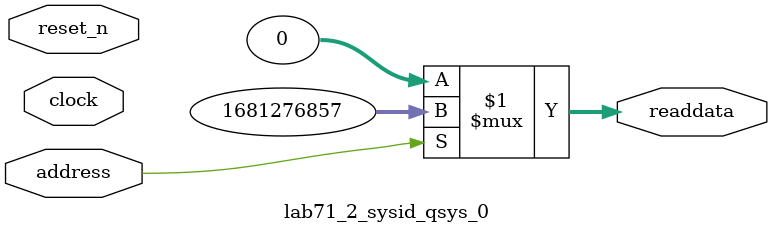
<source format=v>



// synthesis translate_off
`timescale 1ns / 1ps
// synthesis translate_on

// turn off superfluous verilog processor warnings 
// altera message_level Level1 
// altera message_off 10034 10035 10036 10037 10230 10240 10030 

module lab71_2_sysid_qsys_0 (
               // inputs:
                address,
                clock,
                reset_n,

               // outputs:
                readdata
             )
;

  output  [ 31: 0] readdata;
  input            address;
  input            clock;
  input            reset_n;

  wire    [ 31: 0] readdata;
  //control_slave, which is an e_avalon_slave
  assign readdata = address ? 1681276857 : 0;

endmodule



</source>
